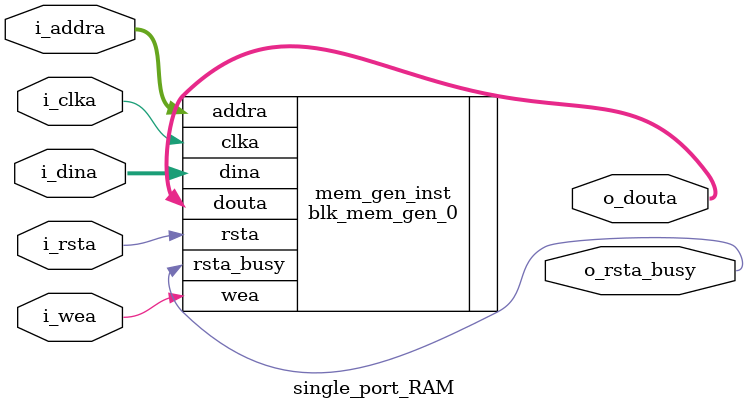
<source format=v>
`timescale 1ns / 1ps


module single_port_RAM(
    input [1:0] i_addra,
    input [1:0] i_dina,
    output [1:0] o_douta,
    input i_wea,
    input i_clka,
    input i_rsta,
    output o_rsta_busy
    );
    
    blk_mem_gen_0 mem_gen_inst (
      .clka(i_clka),            // input wire clka
      .rsta(i_rsta),            // input wire rsta
      .wea(i_wea),              // input wire [0 : 0] wea
      .addra(i_addra),          // input wire [1 : 0] addra
      .dina(i_dina),            // input wire [1 : 0] dina
      .douta(o_douta),          // output wire [1 : 0] douta
      .rsta_busy(o_rsta_busy)  // output wire rsta_busy
    );
endmodule

</source>
